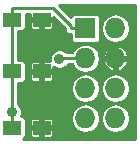
<source format=gbl>
G04 #@! TF.FileFunction,Copper,L2,Bot,Signal*
%FSLAX46Y46*%
G04 Gerber Fmt 4.6, Leading zero omitted, Abs format (unit mm)*
G04 Created by KiCad (PCBNEW 4.0.4-stable) date Monday 13 March 2017 'à' 21:28:55*
%MOMM*%
%LPD*%
G01*
G04 APERTURE LIST*
%ADD10C,0.100000*%
%ADD11R,1.500000X1.250000*%
%ADD12R,1.727200X1.727200*%
%ADD13O,1.727200X1.727200*%
%ADD14C,0.889000*%
%ADD15C,0.254000*%
G04 APERTURE END LIST*
D10*
D11*
X55200000Y-35600000D03*
X57700000Y-35600000D03*
X55200000Y-40000000D03*
X57700000Y-40000000D03*
X55200000Y-44750000D03*
X57700000Y-44750000D03*
D12*
X61400000Y-36350000D03*
D13*
X63940000Y-36350000D03*
X61400000Y-38890000D03*
X63940000Y-38890000D03*
X61400000Y-41430000D03*
X63940000Y-41430000D03*
X61400000Y-43970000D03*
X63940000Y-43970000D03*
D14*
X55200000Y-43413100D03*
X58613700Y-43171400D03*
X59201700Y-38947300D03*
D15*
X55200000Y-35600000D02*
X55200000Y-36606300D01*
X58632200Y-34593700D02*
X55200000Y-34593700D01*
X60155100Y-36116600D02*
X58632200Y-34593700D01*
X60155100Y-36350000D02*
X60155100Y-36116600D01*
X61400000Y-36350000D02*
X60155100Y-36350000D01*
X55200000Y-35600000D02*
X55200000Y-34593700D01*
X55200000Y-36606300D02*
X55200000Y-40000000D01*
X55200000Y-40000000D02*
X55200000Y-43413100D01*
X55200000Y-43413100D02*
X55200000Y-44750000D01*
X57700000Y-40000000D02*
X57749900Y-40000000D01*
X57749900Y-43171400D02*
X58613700Y-43171400D01*
X57749900Y-43693800D02*
X57700000Y-43743700D01*
X57749900Y-43171400D02*
X57749900Y-43693800D01*
X57700000Y-44750000D02*
X57700000Y-43743700D01*
X63940000Y-38890000D02*
X62695100Y-38890000D01*
X57700000Y-35600000D02*
X57700000Y-36606300D01*
X57749900Y-43171400D02*
X57749900Y-40000000D01*
X57749900Y-38634000D02*
X58738800Y-37645100D01*
X57749900Y-40000000D02*
X57749900Y-38634000D01*
X61917100Y-37645100D02*
X58738800Y-37645100D01*
X62695100Y-38423100D02*
X61917100Y-37645100D01*
X62695100Y-38890000D02*
X62695100Y-38423100D01*
X58738800Y-37645100D02*
X57700000Y-36606300D01*
X59259000Y-38890000D02*
X59201700Y-38947300D01*
X61400000Y-38890000D02*
X59259000Y-38890000D01*
G36*
X65621400Y-45721400D02*
X56115273Y-45721400D01*
X56220865Y-45653454D01*
X56307859Y-45526134D01*
X56338464Y-45375000D01*
X56338464Y-44934150D01*
X56721400Y-44934150D01*
X56721400Y-45420472D01*
X56756203Y-45504492D01*
X56820509Y-45568798D01*
X56904529Y-45603600D01*
X57515850Y-45603600D01*
X57573000Y-45546450D01*
X57573000Y-44877000D01*
X57827000Y-44877000D01*
X57827000Y-45546450D01*
X57884150Y-45603600D01*
X58495471Y-45603600D01*
X58579491Y-45568798D01*
X58643797Y-45504492D01*
X58678600Y-45420472D01*
X58678600Y-44934150D01*
X58621450Y-44877000D01*
X57827000Y-44877000D01*
X57573000Y-44877000D01*
X56778550Y-44877000D01*
X56721400Y-44934150D01*
X56338464Y-44934150D01*
X56338464Y-44125000D01*
X56329908Y-44079528D01*
X56721400Y-44079528D01*
X56721400Y-44565850D01*
X56778550Y-44623000D01*
X57573000Y-44623000D01*
X57573000Y-43953550D01*
X57827000Y-43953550D01*
X57827000Y-44623000D01*
X58621450Y-44623000D01*
X58678600Y-44565850D01*
X58678600Y-44079528D01*
X58643797Y-43995508D01*
X58593906Y-43945617D01*
X60155400Y-43945617D01*
X60155400Y-43994383D01*
X60250140Y-44470671D01*
X60519935Y-44874448D01*
X60923712Y-45144243D01*
X61400000Y-45238983D01*
X61876288Y-45144243D01*
X62280065Y-44874448D01*
X62549860Y-44470671D01*
X62644600Y-43994383D01*
X62644600Y-43945617D01*
X62695400Y-43945617D01*
X62695400Y-43994383D01*
X62790140Y-44470671D01*
X63059935Y-44874448D01*
X63463712Y-45144243D01*
X63940000Y-45238983D01*
X64416288Y-45144243D01*
X64820065Y-44874448D01*
X65089860Y-44470671D01*
X65184600Y-43994383D01*
X65184600Y-43945617D01*
X65089860Y-43469329D01*
X64820065Y-43065552D01*
X64416288Y-42795757D01*
X63940000Y-42701017D01*
X63463712Y-42795757D01*
X63059935Y-43065552D01*
X62790140Y-43469329D01*
X62695400Y-43945617D01*
X62644600Y-43945617D01*
X62549860Y-43469329D01*
X62280065Y-43065552D01*
X61876288Y-42795757D01*
X61400000Y-42701017D01*
X60923712Y-42795757D01*
X60519935Y-43065552D01*
X60250140Y-43469329D01*
X60155400Y-43945617D01*
X58593906Y-43945617D01*
X58579491Y-43931202D01*
X58495471Y-43896400D01*
X57884150Y-43896400D01*
X57827000Y-43953550D01*
X57573000Y-43953550D01*
X57515850Y-43896400D01*
X56904529Y-43896400D01*
X56820509Y-43931202D01*
X56756203Y-43995508D01*
X56721400Y-44079528D01*
X56329908Y-44079528D01*
X56311897Y-43983810D01*
X56228454Y-43854135D01*
X56101134Y-43767141D01*
X55958797Y-43738317D01*
X56025357Y-43578023D01*
X56025643Y-43249618D01*
X55900233Y-42946102D01*
X55708000Y-42753533D01*
X55708000Y-41405617D01*
X60155400Y-41405617D01*
X60155400Y-41454383D01*
X60250140Y-41930671D01*
X60519935Y-42334448D01*
X60923712Y-42604243D01*
X61400000Y-42698983D01*
X61876288Y-42604243D01*
X62280065Y-42334448D01*
X62549860Y-41930671D01*
X62644600Y-41454383D01*
X62644600Y-41405617D01*
X62695400Y-41405617D01*
X62695400Y-41454383D01*
X62790140Y-41930671D01*
X63059935Y-42334448D01*
X63463712Y-42604243D01*
X63940000Y-42698983D01*
X64416288Y-42604243D01*
X64820065Y-42334448D01*
X65089860Y-41930671D01*
X65184600Y-41454383D01*
X65184600Y-41405617D01*
X65089860Y-40929329D01*
X64820065Y-40525552D01*
X64416288Y-40255757D01*
X63940000Y-40161017D01*
X63463712Y-40255757D01*
X63059935Y-40525552D01*
X62790140Y-40929329D01*
X62695400Y-41405617D01*
X62644600Y-41405617D01*
X62549860Y-40929329D01*
X62280065Y-40525552D01*
X61876288Y-40255757D01*
X61400000Y-40161017D01*
X60923712Y-40255757D01*
X60519935Y-40525552D01*
X60250140Y-40929329D01*
X60155400Y-41405617D01*
X55708000Y-41405617D01*
X55708000Y-41013464D01*
X55950000Y-41013464D01*
X56091190Y-40986897D01*
X56220865Y-40903454D01*
X56307859Y-40776134D01*
X56338464Y-40625000D01*
X56338464Y-40184150D01*
X56721400Y-40184150D01*
X56721400Y-40670472D01*
X56756203Y-40754492D01*
X56820509Y-40818798D01*
X56904529Y-40853600D01*
X57515850Y-40853600D01*
X57573000Y-40796450D01*
X57573000Y-40127000D01*
X57827000Y-40127000D01*
X57827000Y-40796450D01*
X57884150Y-40853600D01*
X58495471Y-40853600D01*
X58579491Y-40818798D01*
X58643797Y-40754492D01*
X58678600Y-40670472D01*
X58678600Y-40184150D01*
X58621450Y-40127000D01*
X57827000Y-40127000D01*
X57573000Y-40127000D01*
X56778550Y-40127000D01*
X56721400Y-40184150D01*
X56338464Y-40184150D01*
X56338464Y-39375000D01*
X56329908Y-39329528D01*
X56721400Y-39329528D01*
X56721400Y-39815850D01*
X56778550Y-39873000D01*
X57573000Y-39873000D01*
X57573000Y-39203550D01*
X57827000Y-39203550D01*
X57827000Y-39873000D01*
X58621450Y-39873000D01*
X58678600Y-39815850D01*
X58678600Y-39591740D01*
X58733481Y-39646717D01*
X59036777Y-39772657D01*
X59365182Y-39772943D01*
X59668698Y-39647533D01*
X59901117Y-39415519D01*
X59908392Y-39398000D01*
X60255037Y-39398000D01*
X60519935Y-39794448D01*
X60923712Y-40064243D01*
X61400000Y-40158983D01*
X61876288Y-40064243D01*
X62280065Y-39794448D01*
X62549860Y-39390671D01*
X62590743Y-39185137D01*
X62888419Y-39185137D01*
X63081410Y-39565094D01*
X63405114Y-39842274D01*
X63644865Y-39941568D01*
X63813000Y-39917229D01*
X63813000Y-39017000D01*
X64067000Y-39017000D01*
X64067000Y-39917229D01*
X64235135Y-39941568D01*
X64474886Y-39842274D01*
X64798590Y-39565094D01*
X64991581Y-39185137D01*
X64967654Y-39017000D01*
X64067000Y-39017000D01*
X63813000Y-39017000D01*
X62912346Y-39017000D01*
X62888419Y-39185137D01*
X62590743Y-39185137D01*
X62644600Y-38914383D01*
X62644600Y-38865617D01*
X62590744Y-38594863D01*
X62888419Y-38594863D01*
X62912346Y-38763000D01*
X63813000Y-38763000D01*
X63813000Y-37862771D01*
X64067000Y-37862771D01*
X64067000Y-38763000D01*
X64967654Y-38763000D01*
X64991581Y-38594863D01*
X64798590Y-38214906D01*
X64474886Y-37937726D01*
X64235135Y-37838432D01*
X64067000Y-37862771D01*
X63813000Y-37862771D01*
X63644865Y-37838432D01*
X63405114Y-37937726D01*
X63081410Y-38214906D01*
X62888419Y-38594863D01*
X62590744Y-38594863D01*
X62549860Y-38389329D01*
X62280065Y-37985552D01*
X61876288Y-37715757D01*
X61400000Y-37621017D01*
X60923712Y-37715757D01*
X60519935Y-37985552D01*
X60255037Y-38382000D01*
X59803802Y-38382000D01*
X59669919Y-38247883D01*
X59366623Y-38121943D01*
X59038218Y-38121657D01*
X58734702Y-38247067D01*
X58502283Y-38479081D01*
X58376343Y-38782377D01*
X58376057Y-39110782D01*
X58390774Y-39146400D01*
X57884150Y-39146400D01*
X57827000Y-39203550D01*
X57573000Y-39203550D01*
X57515850Y-39146400D01*
X56904529Y-39146400D01*
X56820509Y-39181202D01*
X56756203Y-39245508D01*
X56721400Y-39329528D01*
X56329908Y-39329528D01*
X56311897Y-39233810D01*
X56228454Y-39104135D01*
X56101134Y-39017141D01*
X55950000Y-38986536D01*
X55708000Y-38986536D01*
X55708000Y-36613464D01*
X55950000Y-36613464D01*
X56091190Y-36586897D01*
X56220865Y-36503454D01*
X56307859Y-36376134D01*
X56338464Y-36225000D01*
X56338464Y-35784150D01*
X56721400Y-35784150D01*
X56721400Y-36270472D01*
X56756203Y-36354492D01*
X56820509Y-36418798D01*
X56904529Y-36453600D01*
X57515850Y-36453600D01*
X57573000Y-36396450D01*
X57573000Y-35727000D01*
X57827000Y-35727000D01*
X57827000Y-36396450D01*
X57884150Y-36453600D01*
X58495471Y-36453600D01*
X58579491Y-36418798D01*
X58643797Y-36354492D01*
X58678600Y-36270472D01*
X58678600Y-35784150D01*
X58621450Y-35727000D01*
X57827000Y-35727000D01*
X57573000Y-35727000D01*
X56778550Y-35727000D01*
X56721400Y-35784150D01*
X56338464Y-35784150D01*
X56338464Y-35101700D01*
X56721400Y-35101700D01*
X56721400Y-35415850D01*
X56778550Y-35473000D01*
X57573000Y-35473000D01*
X57573000Y-35453000D01*
X57827000Y-35453000D01*
X57827000Y-35473000D01*
X58621450Y-35473000D01*
X58678600Y-35415850D01*
X58678600Y-35358520D01*
X59647100Y-36327020D01*
X59647100Y-36350000D01*
X59685769Y-36544403D01*
X59795890Y-36709210D01*
X59960697Y-36819331D01*
X60147936Y-36856575D01*
X60147936Y-37213600D01*
X60174503Y-37354790D01*
X60257946Y-37484465D01*
X60385266Y-37571459D01*
X60536400Y-37602064D01*
X62263600Y-37602064D01*
X62404790Y-37575497D01*
X62534465Y-37492054D01*
X62621459Y-37364734D01*
X62652064Y-37213600D01*
X62652064Y-36325617D01*
X62695400Y-36325617D01*
X62695400Y-36374383D01*
X62790140Y-36850671D01*
X63059935Y-37254448D01*
X63463712Y-37524243D01*
X63940000Y-37618983D01*
X64416288Y-37524243D01*
X64820065Y-37254448D01*
X65089860Y-36850671D01*
X65184600Y-36374383D01*
X65184600Y-36325617D01*
X65089860Y-35849329D01*
X64820065Y-35445552D01*
X64416288Y-35175757D01*
X63940000Y-35081017D01*
X63463712Y-35175757D01*
X63059935Y-35445552D01*
X62790140Y-35849329D01*
X62695400Y-36325617D01*
X62652064Y-36325617D01*
X62652064Y-35486400D01*
X62625497Y-35345210D01*
X62542054Y-35215535D01*
X62414734Y-35128541D01*
X62263600Y-35097936D01*
X60536400Y-35097936D01*
X60395210Y-35124503D01*
X60265535Y-35207946D01*
X60178541Y-35335266D01*
X60163999Y-35407079D01*
X59135520Y-34378600D01*
X65621400Y-34378600D01*
X65621400Y-45721400D01*
X65621400Y-45721400D01*
G37*
X65621400Y-45721400D02*
X56115273Y-45721400D01*
X56220865Y-45653454D01*
X56307859Y-45526134D01*
X56338464Y-45375000D01*
X56338464Y-44934150D01*
X56721400Y-44934150D01*
X56721400Y-45420472D01*
X56756203Y-45504492D01*
X56820509Y-45568798D01*
X56904529Y-45603600D01*
X57515850Y-45603600D01*
X57573000Y-45546450D01*
X57573000Y-44877000D01*
X57827000Y-44877000D01*
X57827000Y-45546450D01*
X57884150Y-45603600D01*
X58495471Y-45603600D01*
X58579491Y-45568798D01*
X58643797Y-45504492D01*
X58678600Y-45420472D01*
X58678600Y-44934150D01*
X58621450Y-44877000D01*
X57827000Y-44877000D01*
X57573000Y-44877000D01*
X56778550Y-44877000D01*
X56721400Y-44934150D01*
X56338464Y-44934150D01*
X56338464Y-44125000D01*
X56329908Y-44079528D01*
X56721400Y-44079528D01*
X56721400Y-44565850D01*
X56778550Y-44623000D01*
X57573000Y-44623000D01*
X57573000Y-43953550D01*
X57827000Y-43953550D01*
X57827000Y-44623000D01*
X58621450Y-44623000D01*
X58678600Y-44565850D01*
X58678600Y-44079528D01*
X58643797Y-43995508D01*
X58593906Y-43945617D01*
X60155400Y-43945617D01*
X60155400Y-43994383D01*
X60250140Y-44470671D01*
X60519935Y-44874448D01*
X60923712Y-45144243D01*
X61400000Y-45238983D01*
X61876288Y-45144243D01*
X62280065Y-44874448D01*
X62549860Y-44470671D01*
X62644600Y-43994383D01*
X62644600Y-43945617D01*
X62695400Y-43945617D01*
X62695400Y-43994383D01*
X62790140Y-44470671D01*
X63059935Y-44874448D01*
X63463712Y-45144243D01*
X63940000Y-45238983D01*
X64416288Y-45144243D01*
X64820065Y-44874448D01*
X65089860Y-44470671D01*
X65184600Y-43994383D01*
X65184600Y-43945617D01*
X65089860Y-43469329D01*
X64820065Y-43065552D01*
X64416288Y-42795757D01*
X63940000Y-42701017D01*
X63463712Y-42795757D01*
X63059935Y-43065552D01*
X62790140Y-43469329D01*
X62695400Y-43945617D01*
X62644600Y-43945617D01*
X62549860Y-43469329D01*
X62280065Y-43065552D01*
X61876288Y-42795757D01*
X61400000Y-42701017D01*
X60923712Y-42795757D01*
X60519935Y-43065552D01*
X60250140Y-43469329D01*
X60155400Y-43945617D01*
X58593906Y-43945617D01*
X58579491Y-43931202D01*
X58495471Y-43896400D01*
X57884150Y-43896400D01*
X57827000Y-43953550D01*
X57573000Y-43953550D01*
X57515850Y-43896400D01*
X56904529Y-43896400D01*
X56820509Y-43931202D01*
X56756203Y-43995508D01*
X56721400Y-44079528D01*
X56329908Y-44079528D01*
X56311897Y-43983810D01*
X56228454Y-43854135D01*
X56101134Y-43767141D01*
X55958797Y-43738317D01*
X56025357Y-43578023D01*
X56025643Y-43249618D01*
X55900233Y-42946102D01*
X55708000Y-42753533D01*
X55708000Y-41405617D01*
X60155400Y-41405617D01*
X60155400Y-41454383D01*
X60250140Y-41930671D01*
X60519935Y-42334448D01*
X60923712Y-42604243D01*
X61400000Y-42698983D01*
X61876288Y-42604243D01*
X62280065Y-42334448D01*
X62549860Y-41930671D01*
X62644600Y-41454383D01*
X62644600Y-41405617D01*
X62695400Y-41405617D01*
X62695400Y-41454383D01*
X62790140Y-41930671D01*
X63059935Y-42334448D01*
X63463712Y-42604243D01*
X63940000Y-42698983D01*
X64416288Y-42604243D01*
X64820065Y-42334448D01*
X65089860Y-41930671D01*
X65184600Y-41454383D01*
X65184600Y-41405617D01*
X65089860Y-40929329D01*
X64820065Y-40525552D01*
X64416288Y-40255757D01*
X63940000Y-40161017D01*
X63463712Y-40255757D01*
X63059935Y-40525552D01*
X62790140Y-40929329D01*
X62695400Y-41405617D01*
X62644600Y-41405617D01*
X62549860Y-40929329D01*
X62280065Y-40525552D01*
X61876288Y-40255757D01*
X61400000Y-40161017D01*
X60923712Y-40255757D01*
X60519935Y-40525552D01*
X60250140Y-40929329D01*
X60155400Y-41405617D01*
X55708000Y-41405617D01*
X55708000Y-41013464D01*
X55950000Y-41013464D01*
X56091190Y-40986897D01*
X56220865Y-40903454D01*
X56307859Y-40776134D01*
X56338464Y-40625000D01*
X56338464Y-40184150D01*
X56721400Y-40184150D01*
X56721400Y-40670472D01*
X56756203Y-40754492D01*
X56820509Y-40818798D01*
X56904529Y-40853600D01*
X57515850Y-40853600D01*
X57573000Y-40796450D01*
X57573000Y-40127000D01*
X57827000Y-40127000D01*
X57827000Y-40796450D01*
X57884150Y-40853600D01*
X58495471Y-40853600D01*
X58579491Y-40818798D01*
X58643797Y-40754492D01*
X58678600Y-40670472D01*
X58678600Y-40184150D01*
X58621450Y-40127000D01*
X57827000Y-40127000D01*
X57573000Y-40127000D01*
X56778550Y-40127000D01*
X56721400Y-40184150D01*
X56338464Y-40184150D01*
X56338464Y-39375000D01*
X56329908Y-39329528D01*
X56721400Y-39329528D01*
X56721400Y-39815850D01*
X56778550Y-39873000D01*
X57573000Y-39873000D01*
X57573000Y-39203550D01*
X57827000Y-39203550D01*
X57827000Y-39873000D01*
X58621450Y-39873000D01*
X58678600Y-39815850D01*
X58678600Y-39591740D01*
X58733481Y-39646717D01*
X59036777Y-39772657D01*
X59365182Y-39772943D01*
X59668698Y-39647533D01*
X59901117Y-39415519D01*
X59908392Y-39398000D01*
X60255037Y-39398000D01*
X60519935Y-39794448D01*
X60923712Y-40064243D01*
X61400000Y-40158983D01*
X61876288Y-40064243D01*
X62280065Y-39794448D01*
X62549860Y-39390671D01*
X62590743Y-39185137D01*
X62888419Y-39185137D01*
X63081410Y-39565094D01*
X63405114Y-39842274D01*
X63644865Y-39941568D01*
X63813000Y-39917229D01*
X63813000Y-39017000D01*
X64067000Y-39017000D01*
X64067000Y-39917229D01*
X64235135Y-39941568D01*
X64474886Y-39842274D01*
X64798590Y-39565094D01*
X64991581Y-39185137D01*
X64967654Y-39017000D01*
X64067000Y-39017000D01*
X63813000Y-39017000D01*
X62912346Y-39017000D01*
X62888419Y-39185137D01*
X62590743Y-39185137D01*
X62644600Y-38914383D01*
X62644600Y-38865617D01*
X62590744Y-38594863D01*
X62888419Y-38594863D01*
X62912346Y-38763000D01*
X63813000Y-38763000D01*
X63813000Y-37862771D01*
X64067000Y-37862771D01*
X64067000Y-38763000D01*
X64967654Y-38763000D01*
X64991581Y-38594863D01*
X64798590Y-38214906D01*
X64474886Y-37937726D01*
X64235135Y-37838432D01*
X64067000Y-37862771D01*
X63813000Y-37862771D01*
X63644865Y-37838432D01*
X63405114Y-37937726D01*
X63081410Y-38214906D01*
X62888419Y-38594863D01*
X62590744Y-38594863D01*
X62549860Y-38389329D01*
X62280065Y-37985552D01*
X61876288Y-37715757D01*
X61400000Y-37621017D01*
X60923712Y-37715757D01*
X60519935Y-37985552D01*
X60255037Y-38382000D01*
X59803802Y-38382000D01*
X59669919Y-38247883D01*
X59366623Y-38121943D01*
X59038218Y-38121657D01*
X58734702Y-38247067D01*
X58502283Y-38479081D01*
X58376343Y-38782377D01*
X58376057Y-39110782D01*
X58390774Y-39146400D01*
X57884150Y-39146400D01*
X57827000Y-39203550D01*
X57573000Y-39203550D01*
X57515850Y-39146400D01*
X56904529Y-39146400D01*
X56820509Y-39181202D01*
X56756203Y-39245508D01*
X56721400Y-39329528D01*
X56329908Y-39329528D01*
X56311897Y-39233810D01*
X56228454Y-39104135D01*
X56101134Y-39017141D01*
X55950000Y-38986536D01*
X55708000Y-38986536D01*
X55708000Y-36613464D01*
X55950000Y-36613464D01*
X56091190Y-36586897D01*
X56220865Y-36503454D01*
X56307859Y-36376134D01*
X56338464Y-36225000D01*
X56338464Y-35784150D01*
X56721400Y-35784150D01*
X56721400Y-36270472D01*
X56756203Y-36354492D01*
X56820509Y-36418798D01*
X56904529Y-36453600D01*
X57515850Y-36453600D01*
X57573000Y-36396450D01*
X57573000Y-35727000D01*
X57827000Y-35727000D01*
X57827000Y-36396450D01*
X57884150Y-36453600D01*
X58495471Y-36453600D01*
X58579491Y-36418798D01*
X58643797Y-36354492D01*
X58678600Y-36270472D01*
X58678600Y-35784150D01*
X58621450Y-35727000D01*
X57827000Y-35727000D01*
X57573000Y-35727000D01*
X56778550Y-35727000D01*
X56721400Y-35784150D01*
X56338464Y-35784150D01*
X56338464Y-35101700D01*
X56721400Y-35101700D01*
X56721400Y-35415850D01*
X56778550Y-35473000D01*
X57573000Y-35473000D01*
X57573000Y-35453000D01*
X57827000Y-35453000D01*
X57827000Y-35473000D01*
X58621450Y-35473000D01*
X58678600Y-35415850D01*
X58678600Y-35358520D01*
X59647100Y-36327020D01*
X59647100Y-36350000D01*
X59685769Y-36544403D01*
X59795890Y-36709210D01*
X59960697Y-36819331D01*
X60147936Y-36856575D01*
X60147936Y-37213600D01*
X60174503Y-37354790D01*
X60257946Y-37484465D01*
X60385266Y-37571459D01*
X60536400Y-37602064D01*
X62263600Y-37602064D01*
X62404790Y-37575497D01*
X62534465Y-37492054D01*
X62621459Y-37364734D01*
X62652064Y-37213600D01*
X62652064Y-36325617D01*
X62695400Y-36325617D01*
X62695400Y-36374383D01*
X62790140Y-36850671D01*
X63059935Y-37254448D01*
X63463712Y-37524243D01*
X63940000Y-37618983D01*
X64416288Y-37524243D01*
X64820065Y-37254448D01*
X65089860Y-36850671D01*
X65184600Y-36374383D01*
X65184600Y-36325617D01*
X65089860Y-35849329D01*
X64820065Y-35445552D01*
X64416288Y-35175757D01*
X63940000Y-35081017D01*
X63463712Y-35175757D01*
X63059935Y-35445552D01*
X62790140Y-35849329D01*
X62695400Y-36325617D01*
X62652064Y-36325617D01*
X62652064Y-35486400D01*
X62625497Y-35345210D01*
X62542054Y-35215535D01*
X62414734Y-35128541D01*
X62263600Y-35097936D01*
X60536400Y-35097936D01*
X60395210Y-35124503D01*
X60265535Y-35207946D01*
X60178541Y-35335266D01*
X60163999Y-35407079D01*
X59135520Y-34378600D01*
X65621400Y-34378600D01*
X65621400Y-45721400D01*
M02*

</source>
